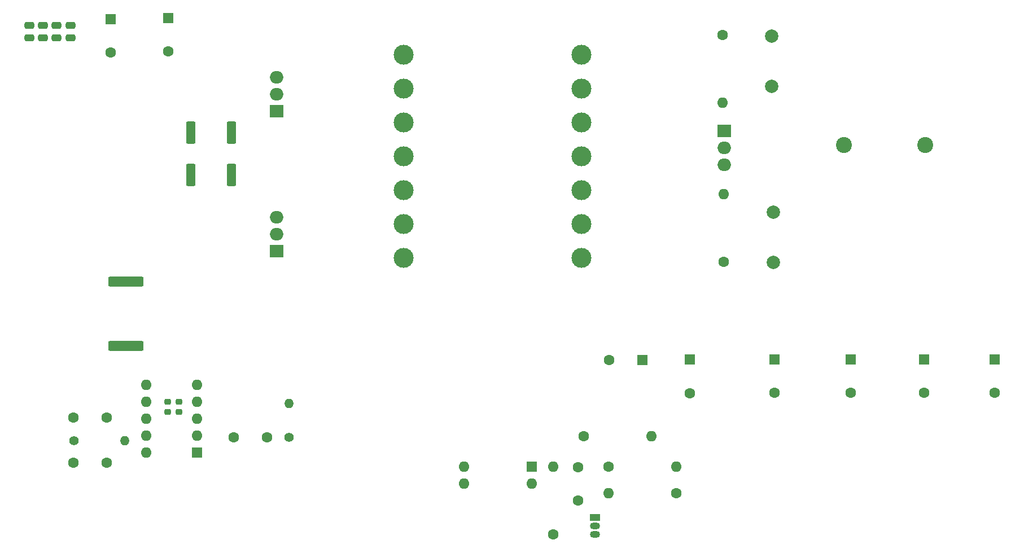
<source format=gbr>
%TF.GenerationSoftware,KiCad,Pcbnew,7.0.2*%
%TF.CreationDate,2023-06-13T00:04:42+03:00*%
%TF.ProjectId,Push_Pull,50757368-5f50-4756-9c6c-2e6b69636164,rev?*%
%TF.SameCoordinates,Original*%
%TF.FileFunction,Soldermask,Bot*%
%TF.FilePolarity,Negative*%
%FSLAX46Y46*%
G04 Gerber Fmt 4.6, Leading zero omitted, Abs format (unit mm)*
G04 Created by KiCad (PCBNEW 7.0.2) date 2023-06-13 00:04:42*
%MOMM*%
%LPD*%
G01*
G04 APERTURE LIST*
G04 Aperture macros list*
%AMRoundRect*
0 Rectangle with rounded corners*
0 $1 Rounding radius*
0 $2 $3 $4 $5 $6 $7 $8 $9 X,Y pos of 4 corners*
0 Add a 4 corners polygon primitive as box body*
4,1,4,$2,$3,$4,$5,$6,$7,$8,$9,$2,$3,0*
0 Add four circle primitives for the rounded corners*
1,1,$1+$1,$2,$3*
1,1,$1+$1,$4,$5*
1,1,$1+$1,$6,$7*
1,1,$1+$1,$8,$9*
0 Add four rect primitives between the rounded corners*
20,1,$1+$1,$2,$3,$4,$5,0*
20,1,$1+$1,$4,$5,$6,$7,0*
20,1,$1+$1,$6,$7,$8,$9,0*
20,1,$1+$1,$8,$9,$2,$3,0*%
G04 Aperture macros list end*
%ADD10R,2.000000X1.905000*%
%ADD11O,2.000000X1.905000*%
%ADD12R,1.600000X1.600000*%
%ADD13C,1.600000*%
%ADD14O,1.600000X1.600000*%
%ADD15C,1.400000*%
%ADD16O,1.400000X1.400000*%
%ADD17C,3.000000*%
%ADD18C,2.000000*%
%ADD19R,1.500000X1.050000*%
%ADD20O,1.500000X1.050000*%
%ADD21C,2.400000*%
%ADD22RoundRect,0.250000X0.475000X-0.250000X0.475000X0.250000X-0.475000X0.250000X-0.475000X-0.250000X0*%
%ADD23RoundRect,0.250001X2.399999X-0.487499X2.399999X0.487499X-2.399999X0.487499X-2.399999X-0.487499X0*%
%ADD24RoundRect,0.225000X-0.250000X0.225000X-0.250000X-0.225000X0.250000X-0.225000X0.250000X0.225000X0*%
%ADD25RoundRect,0.249999X-0.450001X-1.425001X0.450001X-1.425001X0.450001X1.425001X-0.450001X1.425001X0*%
G04 APERTURE END LIST*
D10*
%TO.C,Q1*%
X144836000Y-55499000D03*
D11*
X144836000Y-52959000D03*
X144836000Y-50419000D03*
%TD*%
D12*
%TO.C,C13*%
X206756000Y-92777698D03*
D13*
X206756000Y-97777698D03*
%TD*%
%TO.C,R11*%
X186309000Y-118999000D03*
D14*
X186309000Y-108839000D03*
%TD*%
D15*
%TO.C,R13*%
X146685000Y-104394000D03*
D16*
X146685000Y-99314000D03*
%TD*%
D13*
%TO.C,R9*%
X194564000Y-108839000D03*
D14*
X204724000Y-108839000D03*
%TD*%
D17*
%TO.C,U2*%
X163830000Y-46990000D03*
X163830000Y-52070000D03*
X163830000Y-57150000D03*
X163830000Y-62230000D03*
X163830000Y-67310000D03*
X163830000Y-72390000D03*
X163830000Y-77470000D03*
X190500000Y-77470000D03*
X190500000Y-72390000D03*
X190500000Y-67310000D03*
X190500000Y-62230000D03*
X190500000Y-57150000D03*
X190500000Y-52070000D03*
X190500000Y-46990000D03*
%TD*%
D13*
%TO.C,R21*%
X211836000Y-78105000D03*
D14*
X211836000Y-67945000D03*
%TD*%
D13*
%TO.C,R20*%
X211709000Y-44069000D03*
D14*
X211709000Y-54229000D03*
%TD*%
D12*
%TO.C,C4*%
X128524000Y-41529000D03*
D13*
X128524000Y-46529000D03*
%TD*%
%TO.C,C3*%
X114340000Y-108204000D03*
X119340000Y-108204000D03*
%TD*%
D18*
%TO.C,C20*%
X219075000Y-51756000D03*
X219075000Y-44256000D03*
%TD*%
D13*
%TO.C,C10*%
X119300000Y-101473000D03*
X114300000Y-101473000D03*
%TD*%
%TO.C,R10*%
X204724000Y-112776000D03*
D14*
X194564000Y-112776000D03*
%TD*%
D18*
%TO.C,C21*%
X219329000Y-70672000D03*
X219329000Y-78172000D03*
%TD*%
D12*
%TO.C,C11*%
X230886000Y-92720349D03*
D13*
X230886000Y-97720349D03*
%TD*%
D12*
%TO.C,C14*%
X199633651Y-92837000D03*
D13*
X194633651Y-92837000D03*
%TD*%
D12*
%TO.C,C5*%
X119888000Y-41656000D03*
D13*
X119888000Y-46656000D03*
%TD*%
D12*
%TO.C,C12*%
X219456000Y-92720349D03*
D13*
X219456000Y-97720349D03*
%TD*%
D12*
%TO.C,C1*%
X252476000Y-92720349D03*
D13*
X252476000Y-97720349D03*
%TD*%
%TO.C,C16*%
X138343000Y-104394000D03*
X143343000Y-104394000D03*
%TD*%
D19*
%TO.C,U3*%
X192553000Y-116459000D03*
D20*
X192553000Y-117729000D03*
X192553000Y-118999000D03*
%TD*%
D12*
%TO.C,U1*%
X132857000Y-106675000D03*
D14*
X132857000Y-104135000D03*
X132857000Y-101595000D03*
X132857000Y-99055000D03*
X132857000Y-96515000D03*
X125237000Y-96515000D03*
X125237000Y-99055000D03*
X125237000Y-101595000D03*
X125237000Y-104135000D03*
X125237000Y-106675000D03*
%TD*%
D13*
%TO.C,C15*%
X189992000Y-113879000D03*
X189992000Y-108879000D03*
%TD*%
D10*
%TO.C,Q2*%
X144836000Y-76454000D03*
D11*
X144836000Y-73914000D03*
X144836000Y-71374000D03*
%TD*%
D10*
%TO.C,D1*%
X211911000Y-58420000D03*
D11*
X211911000Y-60960000D03*
X211911000Y-63500000D03*
%TD*%
D12*
%TO.C,C2*%
X241935000Y-92720349D03*
D13*
X241935000Y-97720349D03*
%TD*%
%TO.C,R12*%
X190881000Y-104267000D03*
D14*
X201041000Y-104267000D03*
%TD*%
D15*
%TO.C,R5*%
X114427000Y-104902000D03*
D16*
X122047000Y-104902000D03*
%TD*%
D21*
%TO.C,L1*%
X229866000Y-60579000D03*
X242066000Y-60579000D03*
%TD*%
D22*
%TO.C,C17*%
X111760000Y-44511000D03*
X111760000Y-42611000D03*
%TD*%
D23*
%TO.C,R8*%
X122174000Y-90664500D03*
X122174000Y-81039500D03*
%TD*%
D22*
%TO.C,C7*%
X109728000Y-44511000D03*
X109728000Y-42611000D03*
%TD*%
D24*
%TO.C,C8*%
X128473000Y-99047000D03*
X128473000Y-100597000D03*
%TD*%
%TO.C,C9*%
X130175000Y-99047000D03*
X130175000Y-100597000D03*
%TD*%
D25*
%TO.C,R6*%
X131951000Y-58674000D03*
X138051000Y-58674000D03*
%TD*%
D22*
%TO.C,C22*%
X113919000Y-44511000D03*
X113919000Y-42611000D03*
%TD*%
%TO.C,C6*%
X107696000Y-44511000D03*
X107696000Y-42611000D03*
%TD*%
D12*
%TO.C,U4*%
X183027000Y-108834000D03*
D14*
X183027000Y-111374000D03*
X172867000Y-111374000D03*
X172867000Y-108834000D03*
%TD*%
D25*
%TO.C,R7*%
X131951000Y-65024000D03*
X138051000Y-65024000D03*
%TD*%
M02*

</source>
